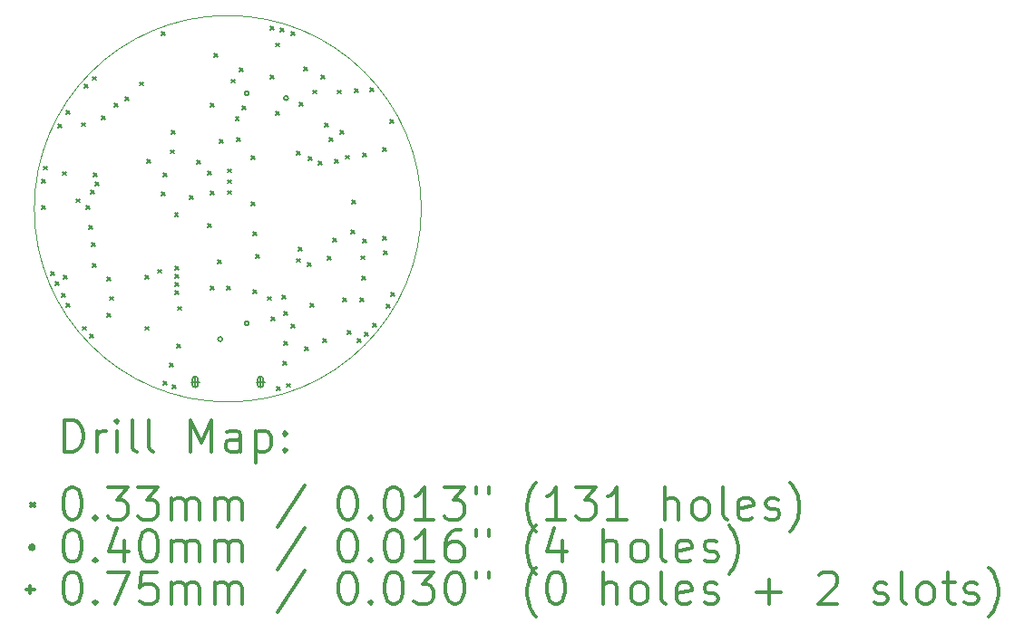
<source format=gbr>
%FSLAX45Y45*%
G04 Gerber Fmt 4.5, Leading zero omitted, Abs format (unit mm)*
G04 Created by KiCad*
%MOMM*%
%LPD*%
G01*
G04 APERTURE LIST*
%TA.AperFunction,Profile*%
%ADD10C,0.050000*%
%TD*%
%ADD11C,0.200000*%
%ADD12C,0.300000*%
G04 APERTURE END LIST*
D10*
X9426260Y-10160000D02*
G75*
G02*
X7620000Y-11966260I-1806260J0D01*
G01*
X7620000Y-11966260D02*
G75*
G02*
X5813740Y-10160000I0J1806260D01*
G01*
X5813740Y-10160000D02*
G75*
G02*
X7620000Y-8353740I1806260J0D01*
G01*
X7620000Y-8353740D02*
G75*
G02*
X9426260Y-10160000I0J-1806260D01*
G01*
D11*
X5882640Y-9886950D02*
X5915660Y-9919970D01*
X5915660Y-9886950D02*
X5882640Y-9919970D01*
X5886450Y-10128250D02*
X5919470Y-10161270D01*
X5919470Y-10128250D02*
X5886450Y-10161270D01*
X5901690Y-9762490D02*
X5934710Y-9795510D01*
X5934710Y-9762490D02*
X5901690Y-9795510D01*
X5967730Y-10745470D02*
X6000750Y-10778490D01*
X6000750Y-10745470D02*
X5967730Y-10778490D01*
X6010910Y-10839450D02*
X6043930Y-10872470D01*
X6043930Y-10839450D02*
X6010910Y-10872470D01*
X6033770Y-9371330D02*
X6066790Y-9404350D01*
X6066790Y-9371330D02*
X6033770Y-9404350D01*
X6066790Y-10948670D02*
X6099810Y-10981690D01*
X6099810Y-10948670D02*
X6066790Y-10981690D01*
X6081480Y-9813290D02*
X6114500Y-9846310D01*
X6114500Y-9813290D02*
X6081480Y-9846310D01*
X6089650Y-10783570D02*
X6122670Y-10816590D01*
X6122670Y-10783570D02*
X6089650Y-10816590D01*
X6109970Y-9239250D02*
X6142990Y-9272270D01*
X6142990Y-9239250D02*
X6109970Y-9272270D01*
X6109970Y-11047730D02*
X6142990Y-11080750D01*
X6142990Y-11047730D02*
X6109970Y-11080750D01*
X6206490Y-10067290D02*
X6239510Y-10100310D01*
X6239510Y-10067290D02*
X6206490Y-10100310D01*
X6257290Y-9356090D02*
X6290310Y-9389110D01*
X6290310Y-9356090D02*
X6257290Y-9389110D01*
X6262370Y-11261090D02*
X6295390Y-11294110D01*
X6295390Y-11261090D02*
X6262370Y-11294110D01*
X6282690Y-8995410D02*
X6315710Y-9028430D01*
X6315710Y-8995410D02*
X6282690Y-9028430D01*
X6295390Y-10133340D02*
X6328410Y-10166360D01*
X6328410Y-10133340D02*
X6295390Y-10166360D01*
X6323330Y-10316210D02*
X6356350Y-10349230D01*
X6356350Y-10316210D02*
X6323330Y-10349230D01*
X6328410Y-11332210D02*
X6361430Y-11365230D01*
X6361430Y-11332210D02*
X6328410Y-11365230D01*
X6339657Y-9986324D02*
X6372677Y-10019344D01*
X6372677Y-9986324D02*
X6339657Y-10019344D01*
X6347918Y-10479859D02*
X6380938Y-10512879D01*
X6380938Y-10479859D02*
X6347918Y-10512879D01*
X6353810Y-8924290D02*
X6386830Y-8957310D01*
X6386830Y-8924290D02*
X6353810Y-8957310D01*
X6353810Y-10671810D02*
X6386830Y-10704830D01*
X6386830Y-10671810D02*
X6353810Y-10704830D01*
X6368877Y-9822581D02*
X6401897Y-9855601D01*
X6401897Y-9822581D02*
X6368877Y-9855601D01*
X6384290Y-9909810D02*
X6417310Y-9942830D01*
X6417310Y-9909810D02*
X6384290Y-9942830D01*
X6445250Y-9290050D02*
X6478270Y-9323070D01*
X6478270Y-9290050D02*
X6445250Y-9323070D01*
X6490970Y-11139170D02*
X6523990Y-11172190D01*
X6523990Y-11139170D02*
X6490970Y-11172190D01*
X6496050Y-10798810D02*
X6529070Y-10831830D01*
X6529070Y-10798810D02*
X6496050Y-10831830D01*
X6516370Y-10981690D02*
X6549390Y-11014710D01*
X6549390Y-10981690D02*
X6516370Y-11014710D01*
X6562090Y-9173210D02*
X6595110Y-9206230D01*
X6595110Y-9173210D02*
X6562090Y-9206230D01*
X6663690Y-9117330D02*
X6696710Y-9150350D01*
X6696710Y-9117330D02*
X6663690Y-9150350D01*
X6795770Y-8975090D02*
X6828790Y-9008110D01*
X6828790Y-8975090D02*
X6795770Y-9008110D01*
X6846570Y-10783570D02*
X6879590Y-10816590D01*
X6879590Y-10783570D02*
X6846570Y-10816590D01*
X6846570Y-11261090D02*
X6879590Y-11294110D01*
X6879590Y-11261090D02*
X6846570Y-11294110D01*
X6861810Y-9698980D02*
X6894830Y-9732000D01*
X6894830Y-9698980D02*
X6861810Y-9732000D01*
X6968480Y-10727690D02*
X7001500Y-10760710D01*
X7001500Y-10727690D02*
X6968480Y-10760710D01*
X6998970Y-8507730D02*
X7031990Y-8540750D01*
X7031990Y-8507730D02*
X6998970Y-8540750D01*
X7004050Y-10001250D02*
X7037070Y-10034270D01*
X7037070Y-10001250D02*
X7004050Y-10034270D01*
X7014210Y-11774170D02*
X7047230Y-11807190D01*
X7047230Y-11774170D02*
X7014210Y-11807190D01*
X7019290Y-9822700D02*
X7052310Y-9855720D01*
X7052310Y-9822700D02*
X7019290Y-9855720D01*
X7080250Y-11606530D02*
X7113270Y-11639550D01*
X7113270Y-11606530D02*
X7080250Y-11639550D01*
X7085330Y-9610090D02*
X7118350Y-9643110D01*
X7118350Y-9610090D02*
X7085330Y-9643110D01*
X7090410Y-9427210D02*
X7123430Y-9460230D01*
X7123430Y-9427210D02*
X7090410Y-9460230D01*
X7105650Y-11804650D02*
X7138670Y-11837670D01*
X7138670Y-11804650D02*
X7105650Y-11837670D01*
X7123440Y-10199370D02*
X7156460Y-10232390D01*
X7156460Y-10199370D02*
X7123440Y-10232390D01*
X7125970Y-10697210D02*
X7158990Y-10730230D01*
X7158990Y-10697210D02*
X7125970Y-10730230D01*
X7125970Y-10773410D02*
X7158990Y-10806430D01*
X7158990Y-10773410D02*
X7125970Y-10806430D01*
X7125970Y-10849610D02*
X7158990Y-10882630D01*
X7158990Y-10849610D02*
X7125970Y-10882630D01*
X7125970Y-10925810D02*
X7158990Y-10958830D01*
X7158990Y-10925810D02*
X7125970Y-10958830D01*
X7146290Y-11428730D02*
X7179310Y-11461750D01*
X7179310Y-11428730D02*
X7146290Y-11461750D01*
X7156450Y-11075200D02*
X7189470Y-11108220D01*
X7189470Y-11075200D02*
X7156450Y-11108220D01*
X7261622Y-10038318D02*
X7294642Y-10071338D01*
X7294642Y-10038318D02*
X7261622Y-10071338D01*
X7329170Y-9706610D02*
X7362190Y-9739630D01*
X7362190Y-9706610D02*
X7329170Y-9739630D01*
X7430770Y-10303510D02*
X7463790Y-10336530D01*
X7463790Y-10303510D02*
X7430770Y-10336530D01*
X7433320Y-9808210D02*
X7466340Y-9841230D01*
X7466340Y-9808210D02*
X7433320Y-9841230D01*
X7456170Y-9173210D02*
X7489190Y-9206230D01*
X7489190Y-9173210D02*
X7456170Y-9206230D01*
X7456170Y-10885170D02*
X7489190Y-10918190D01*
X7489190Y-10885170D02*
X7456170Y-10918190D01*
X7461250Y-9996170D02*
X7494270Y-10029190D01*
X7494270Y-9996170D02*
X7461250Y-10029190D01*
X7491730Y-8710930D02*
X7524750Y-8743950D01*
X7524750Y-8710930D02*
X7491730Y-8743950D01*
X7522941Y-10636672D02*
X7555961Y-10669692D01*
X7555961Y-10636672D02*
X7522941Y-10669692D01*
X7544851Y-9510811D02*
X7577871Y-9543831D01*
X7577871Y-9510811D02*
X7544851Y-9543831D01*
X7608570Y-10885170D02*
X7641590Y-10918190D01*
X7641590Y-10885170D02*
X7608570Y-10918190D01*
X7617090Y-9787890D02*
X7650110Y-9820910D01*
X7650110Y-9787890D02*
X7617090Y-9820910D01*
X7617090Y-9889490D02*
X7650110Y-9922510D01*
X7650110Y-9889490D02*
X7617090Y-9922510D01*
X7617090Y-9991090D02*
X7650110Y-10024110D01*
X7650110Y-9991090D02*
X7617090Y-10024110D01*
X7649210Y-8949690D02*
X7682230Y-8982710D01*
X7682230Y-8949690D02*
X7649210Y-8982710D01*
X7691256Y-9301712D02*
X7724276Y-9334732D01*
X7724276Y-9301712D02*
X7691256Y-9334732D01*
X7700010Y-9493250D02*
X7733030Y-9526270D01*
X7733030Y-9493250D02*
X7700010Y-9526270D01*
X7725410Y-8843010D02*
X7758430Y-8876030D01*
X7758430Y-8843010D02*
X7725410Y-8876030D01*
X7755890Y-9197340D02*
X7788910Y-9230360D01*
X7788910Y-9197340D02*
X7755890Y-9230360D01*
X7842250Y-9665970D02*
X7875270Y-9698990D01*
X7875270Y-9665970D02*
X7842250Y-9698990D01*
X7842250Y-10097770D02*
X7875270Y-10130790D01*
X7875270Y-10097770D02*
X7842250Y-10130790D01*
X7857490Y-10372731D02*
X7890510Y-10405751D01*
X7890510Y-10372731D02*
X7857490Y-10405751D01*
X7857490Y-10920730D02*
X7890510Y-10953750D01*
X7890510Y-10920730D02*
X7857490Y-10953750D01*
X7882890Y-10590231D02*
X7915910Y-10623251D01*
X7915910Y-10590231D02*
X7882890Y-10623251D01*
X7989570Y-10981690D02*
X8022590Y-11014710D01*
X8022590Y-10981690D02*
X7989570Y-11014710D01*
X8014970Y-8909050D02*
X8047990Y-8942070D01*
X8047990Y-8909050D02*
X8014970Y-8942070D01*
X8020050Y-8451850D02*
X8053070Y-8484870D01*
X8053070Y-8451850D02*
X8020050Y-8484870D01*
X8023915Y-11174002D02*
X8056935Y-11207022D01*
X8056935Y-11174002D02*
X8023915Y-11207022D01*
X8067040Y-9248140D02*
X8100060Y-9281160D01*
X8100060Y-9248140D02*
X8067040Y-9281160D01*
X8069190Y-8610990D02*
X8102210Y-8644010D01*
X8102210Y-8610990D02*
X8069190Y-8644010D01*
X8075930Y-11824970D02*
X8108950Y-11857990D01*
X8108950Y-11824970D02*
X8075930Y-11857990D01*
X8106410Y-8472170D02*
X8139430Y-8505190D01*
X8139430Y-8472170D02*
X8106410Y-8505190D01*
X8126730Y-10971530D02*
X8159750Y-11004550D01*
X8159750Y-10971530D02*
X8126730Y-11004550D01*
X8136890Y-11586210D02*
X8169910Y-11619230D01*
X8169910Y-11586210D02*
X8136890Y-11619230D01*
X8141970Y-11118850D02*
X8174990Y-11151870D01*
X8174990Y-11118850D02*
X8141970Y-11151870D01*
X8147050Y-11403330D02*
X8180070Y-11436350D01*
X8180070Y-11403330D02*
X8147050Y-11436350D01*
X8172450Y-11794490D02*
X8205470Y-11827510D01*
X8205470Y-11794490D02*
X8172450Y-11827510D01*
X8208010Y-8502650D02*
X8241030Y-8535670D01*
X8241030Y-8502650D02*
X8208010Y-8535670D01*
X8208010Y-11242040D02*
X8241030Y-11275060D01*
X8241030Y-11242040D02*
X8208010Y-11275060D01*
X8258810Y-9620250D02*
X8291830Y-9653270D01*
X8291830Y-9620250D02*
X8258810Y-9653270D01*
X8263890Y-10626090D02*
X8296910Y-10659110D01*
X8296910Y-10626090D02*
X8263890Y-10659110D01*
X8279130Y-10517731D02*
X8312150Y-10550751D01*
X8312150Y-10517731D02*
X8279130Y-10550751D01*
X8289290Y-9168130D02*
X8322310Y-9201150D01*
X8322310Y-9168130D02*
X8289290Y-9201150D01*
X8289290Y-9168130D02*
X8322310Y-9201150D01*
X8322310Y-9168130D02*
X8289290Y-9201150D01*
X8329930Y-8837930D02*
X8362950Y-8870950D01*
X8362950Y-8837930D02*
X8329930Y-8870950D01*
X8335010Y-11454130D02*
X8368030Y-11487150D01*
X8368030Y-11454130D02*
X8335010Y-11487150D01*
X8365490Y-10666730D02*
X8398510Y-10699750D01*
X8398510Y-10666730D02*
X8365490Y-10699750D01*
X8370570Y-9671050D02*
X8403590Y-9704070D01*
X8403590Y-9671050D02*
X8370570Y-9704070D01*
X8391252Y-11045053D02*
X8424272Y-11078073D01*
X8424272Y-11045053D02*
X8391252Y-11078073D01*
X8411210Y-9051290D02*
X8444230Y-9084310D01*
X8444230Y-9051290D02*
X8411210Y-9084310D01*
X8467090Y-9716770D02*
X8500110Y-9749790D01*
X8500110Y-9716770D02*
X8467090Y-9749790D01*
X8492490Y-8912000D02*
X8525510Y-8945020D01*
X8525510Y-8912000D02*
X8492490Y-8945020D01*
X8507730Y-11377930D02*
X8540750Y-11410950D01*
X8540750Y-11377930D02*
X8507730Y-11410950D01*
X8528050Y-9361170D02*
X8561070Y-9394190D01*
X8561070Y-9361170D02*
X8528050Y-9394190D01*
X8553450Y-10605770D02*
X8586470Y-10638790D01*
X8586470Y-10605770D02*
X8553450Y-10638790D01*
X8568690Y-9496154D02*
X8601710Y-9529174D01*
X8601710Y-9496154D02*
X8568690Y-9529174D01*
X8599170Y-10433050D02*
X8632190Y-10466070D01*
X8632190Y-10433050D02*
X8599170Y-10466070D01*
X8619490Y-9701530D02*
X8652510Y-9734550D01*
X8652510Y-9701530D02*
X8619490Y-9734550D01*
X8639810Y-9051290D02*
X8672830Y-9084310D01*
X8672830Y-9051290D02*
X8639810Y-9084310D01*
X8670150Y-9431864D02*
X8703170Y-9464884D01*
X8703170Y-9431864D02*
X8670150Y-9464884D01*
X8695690Y-10996930D02*
X8728710Y-11029950D01*
X8728710Y-10996930D02*
X8695690Y-11029950D01*
X8721090Y-9660890D02*
X8754110Y-9693910D01*
X8754110Y-9660890D02*
X8721090Y-9693910D01*
X8736330Y-11296650D02*
X8769350Y-11329670D01*
X8769350Y-11296650D02*
X8736330Y-11329670D01*
X8771890Y-10356850D02*
X8804910Y-10389870D01*
X8804910Y-10356850D02*
X8771890Y-10389870D01*
X8776970Y-10077450D02*
X8809990Y-10110470D01*
X8809990Y-10077450D02*
X8776970Y-10110470D01*
X8802370Y-9036050D02*
X8835390Y-9069070D01*
X8835390Y-9036050D02*
X8802370Y-9069070D01*
X8827770Y-11377930D02*
X8860790Y-11410950D01*
X8860790Y-11377930D02*
X8827770Y-11410950D01*
X8855700Y-10991850D02*
X8888720Y-11024870D01*
X8888720Y-10991850D02*
X8855700Y-11024870D01*
X8863330Y-10600690D02*
X8896350Y-10633710D01*
X8896350Y-10600690D02*
X8863330Y-10633710D01*
X8873490Y-10793490D02*
X8906510Y-10826510D01*
X8906510Y-10793490D02*
X8873490Y-10826510D01*
X8878570Y-9640570D02*
X8911590Y-9673590D01*
X8911590Y-9640570D02*
X8878570Y-9673590D01*
X8878570Y-10443210D02*
X8911590Y-10476230D01*
X8911590Y-10443210D02*
X8878570Y-10476230D01*
X8898890Y-11316970D02*
X8931910Y-11349990D01*
X8931910Y-11316970D02*
X8898890Y-11349990D01*
X8949690Y-9028430D02*
X8982710Y-9061450D01*
X8982710Y-9028430D02*
X8949690Y-9061450D01*
X8970010Y-11233150D02*
X9003030Y-11266170D01*
X9003030Y-11233150D02*
X8970010Y-11266170D01*
X9069960Y-9591780D02*
X9102980Y-9624800D01*
X9102980Y-9591780D02*
X9069960Y-9624800D01*
X9069960Y-10420441D02*
X9102980Y-10453461D01*
X9102980Y-10420441D02*
X9069960Y-10453461D01*
X9076690Y-10554970D02*
X9109710Y-10587990D01*
X9109710Y-10554970D02*
X9076690Y-10587990D01*
X9097010Y-11051540D02*
X9130030Y-11084560D01*
X9130030Y-11051540D02*
X9097010Y-11084560D01*
X9137650Y-9325610D02*
X9170670Y-9358630D01*
X9170670Y-9325610D02*
X9137650Y-9358630D01*
X9142730Y-10946130D02*
X9175750Y-10979150D01*
X9175750Y-10946130D02*
X9142730Y-10979150D01*
X7567500Y-11379200D02*
G75*
G03*
X7567500Y-11379200I-20000J0D01*
G01*
X7815870Y-11231220D02*
G75*
G03*
X7815870Y-11231220I-20000J0D01*
G01*
X7817800Y-9080500D02*
G75*
G03*
X7817800Y-9080500I-20000J0D01*
G01*
X8183369Y-9126248D02*
G75*
G03*
X8183369Y-9126248I-20000J0D01*
G01*
X7315200Y-11741750D02*
X7315200Y-11816750D01*
X7277700Y-11779250D02*
X7352700Y-11779250D01*
X7287700Y-11756750D02*
X7287700Y-11801750D01*
X7342700Y-11756750D02*
X7342700Y-11801750D01*
X7287700Y-11801750D02*
G75*
G03*
X7342700Y-11801750I27500J0D01*
G01*
X7342700Y-11756750D02*
G75*
G03*
X7287700Y-11756750I-27500J0D01*
G01*
X7924800Y-11741750D02*
X7924800Y-11816750D01*
X7887300Y-11779250D02*
X7962300Y-11779250D01*
X7897300Y-11756750D02*
X7897300Y-11801750D01*
X7952300Y-11756750D02*
X7952300Y-11801750D01*
X7897300Y-11801750D02*
G75*
G03*
X7952300Y-11801750I27500J0D01*
G01*
X7952300Y-11756750D02*
G75*
G03*
X7897300Y-11756750I-27500J0D01*
G01*
D12*
X6097669Y-12434474D02*
X6097669Y-12134474D01*
X6169097Y-12134474D01*
X6211954Y-12148760D01*
X6240526Y-12177331D01*
X6254812Y-12205903D01*
X6269097Y-12263045D01*
X6269097Y-12305903D01*
X6254812Y-12363045D01*
X6240526Y-12391617D01*
X6211954Y-12420188D01*
X6169097Y-12434474D01*
X6097669Y-12434474D01*
X6397669Y-12434474D02*
X6397669Y-12234474D01*
X6397669Y-12291617D02*
X6411954Y-12263045D01*
X6426240Y-12248760D01*
X6454812Y-12234474D01*
X6483383Y-12234474D01*
X6583383Y-12434474D02*
X6583383Y-12234474D01*
X6583383Y-12134474D02*
X6569097Y-12148760D01*
X6583383Y-12163045D01*
X6597669Y-12148760D01*
X6583383Y-12134474D01*
X6583383Y-12163045D01*
X6769097Y-12434474D02*
X6740526Y-12420188D01*
X6726240Y-12391617D01*
X6726240Y-12134474D01*
X6926240Y-12434474D02*
X6897669Y-12420188D01*
X6883383Y-12391617D01*
X6883383Y-12134474D01*
X7269097Y-12434474D02*
X7269097Y-12134474D01*
X7369097Y-12348760D01*
X7469097Y-12134474D01*
X7469097Y-12434474D01*
X7740526Y-12434474D02*
X7740526Y-12277331D01*
X7726240Y-12248760D01*
X7697669Y-12234474D01*
X7640526Y-12234474D01*
X7611954Y-12248760D01*
X7740526Y-12420188D02*
X7711954Y-12434474D01*
X7640526Y-12434474D01*
X7611954Y-12420188D01*
X7597669Y-12391617D01*
X7597669Y-12363045D01*
X7611954Y-12334474D01*
X7640526Y-12320188D01*
X7711954Y-12320188D01*
X7740526Y-12305903D01*
X7883383Y-12234474D02*
X7883383Y-12534474D01*
X7883383Y-12248760D02*
X7911954Y-12234474D01*
X7969097Y-12234474D01*
X7997669Y-12248760D01*
X8011954Y-12263045D01*
X8026240Y-12291617D01*
X8026240Y-12377331D01*
X8011954Y-12405903D01*
X7997669Y-12420188D01*
X7969097Y-12434474D01*
X7911954Y-12434474D01*
X7883383Y-12420188D01*
X8154812Y-12405903D02*
X8169097Y-12420188D01*
X8154812Y-12434474D01*
X8140526Y-12420188D01*
X8154812Y-12405903D01*
X8154812Y-12434474D01*
X8154812Y-12248760D02*
X8169097Y-12263045D01*
X8154812Y-12277331D01*
X8140526Y-12263045D01*
X8154812Y-12248760D01*
X8154812Y-12277331D01*
X5778220Y-12912250D02*
X5811240Y-12945270D01*
X5811240Y-12912250D02*
X5778220Y-12945270D01*
X6154812Y-12764474D02*
X6183383Y-12764474D01*
X6211954Y-12778760D01*
X6226240Y-12793045D01*
X6240526Y-12821617D01*
X6254812Y-12878760D01*
X6254812Y-12950188D01*
X6240526Y-13007331D01*
X6226240Y-13035903D01*
X6211954Y-13050188D01*
X6183383Y-13064474D01*
X6154812Y-13064474D01*
X6126240Y-13050188D01*
X6111954Y-13035903D01*
X6097669Y-13007331D01*
X6083383Y-12950188D01*
X6083383Y-12878760D01*
X6097669Y-12821617D01*
X6111954Y-12793045D01*
X6126240Y-12778760D01*
X6154812Y-12764474D01*
X6383383Y-13035903D02*
X6397669Y-13050188D01*
X6383383Y-13064474D01*
X6369097Y-13050188D01*
X6383383Y-13035903D01*
X6383383Y-13064474D01*
X6497669Y-12764474D02*
X6683383Y-12764474D01*
X6583383Y-12878760D01*
X6626240Y-12878760D01*
X6654812Y-12893045D01*
X6669097Y-12907331D01*
X6683383Y-12935903D01*
X6683383Y-13007331D01*
X6669097Y-13035903D01*
X6654812Y-13050188D01*
X6626240Y-13064474D01*
X6540526Y-13064474D01*
X6511954Y-13050188D01*
X6497669Y-13035903D01*
X6783383Y-12764474D02*
X6969097Y-12764474D01*
X6869097Y-12878760D01*
X6911954Y-12878760D01*
X6940526Y-12893045D01*
X6954812Y-12907331D01*
X6969097Y-12935903D01*
X6969097Y-13007331D01*
X6954812Y-13035903D01*
X6940526Y-13050188D01*
X6911954Y-13064474D01*
X6826240Y-13064474D01*
X6797669Y-13050188D01*
X6783383Y-13035903D01*
X7097669Y-13064474D02*
X7097669Y-12864474D01*
X7097669Y-12893045D02*
X7111954Y-12878760D01*
X7140526Y-12864474D01*
X7183383Y-12864474D01*
X7211954Y-12878760D01*
X7226240Y-12907331D01*
X7226240Y-13064474D01*
X7226240Y-12907331D02*
X7240526Y-12878760D01*
X7269097Y-12864474D01*
X7311954Y-12864474D01*
X7340526Y-12878760D01*
X7354812Y-12907331D01*
X7354812Y-13064474D01*
X7497669Y-13064474D02*
X7497669Y-12864474D01*
X7497669Y-12893045D02*
X7511954Y-12878760D01*
X7540526Y-12864474D01*
X7583383Y-12864474D01*
X7611954Y-12878760D01*
X7626240Y-12907331D01*
X7626240Y-13064474D01*
X7626240Y-12907331D02*
X7640526Y-12878760D01*
X7669097Y-12864474D01*
X7711954Y-12864474D01*
X7740526Y-12878760D01*
X7754812Y-12907331D01*
X7754812Y-13064474D01*
X8340526Y-12750188D02*
X8083383Y-13135903D01*
X8726240Y-12764474D02*
X8754812Y-12764474D01*
X8783383Y-12778760D01*
X8797669Y-12793045D01*
X8811954Y-12821617D01*
X8826240Y-12878760D01*
X8826240Y-12950188D01*
X8811954Y-13007331D01*
X8797669Y-13035903D01*
X8783383Y-13050188D01*
X8754812Y-13064474D01*
X8726240Y-13064474D01*
X8697669Y-13050188D01*
X8683383Y-13035903D01*
X8669097Y-13007331D01*
X8654812Y-12950188D01*
X8654812Y-12878760D01*
X8669097Y-12821617D01*
X8683383Y-12793045D01*
X8697669Y-12778760D01*
X8726240Y-12764474D01*
X8954812Y-13035903D02*
X8969097Y-13050188D01*
X8954812Y-13064474D01*
X8940526Y-13050188D01*
X8954812Y-13035903D01*
X8954812Y-13064474D01*
X9154812Y-12764474D02*
X9183383Y-12764474D01*
X9211954Y-12778760D01*
X9226240Y-12793045D01*
X9240526Y-12821617D01*
X9254812Y-12878760D01*
X9254812Y-12950188D01*
X9240526Y-13007331D01*
X9226240Y-13035903D01*
X9211954Y-13050188D01*
X9183383Y-13064474D01*
X9154812Y-13064474D01*
X9126240Y-13050188D01*
X9111954Y-13035903D01*
X9097669Y-13007331D01*
X9083383Y-12950188D01*
X9083383Y-12878760D01*
X9097669Y-12821617D01*
X9111954Y-12793045D01*
X9126240Y-12778760D01*
X9154812Y-12764474D01*
X9540526Y-13064474D02*
X9369097Y-13064474D01*
X9454812Y-13064474D02*
X9454812Y-12764474D01*
X9426240Y-12807331D01*
X9397669Y-12835903D01*
X9369097Y-12850188D01*
X9640526Y-12764474D02*
X9826240Y-12764474D01*
X9726240Y-12878760D01*
X9769097Y-12878760D01*
X9797669Y-12893045D01*
X9811954Y-12907331D01*
X9826240Y-12935903D01*
X9826240Y-13007331D01*
X9811954Y-13035903D01*
X9797669Y-13050188D01*
X9769097Y-13064474D01*
X9683383Y-13064474D01*
X9654812Y-13050188D01*
X9640526Y-13035903D01*
X9940526Y-12764474D02*
X9940526Y-12821617D01*
X10054812Y-12764474D02*
X10054812Y-12821617D01*
X10497669Y-13178760D02*
X10483383Y-13164474D01*
X10454812Y-13121617D01*
X10440526Y-13093045D01*
X10426240Y-13050188D01*
X10411954Y-12978760D01*
X10411954Y-12921617D01*
X10426240Y-12850188D01*
X10440526Y-12807331D01*
X10454812Y-12778760D01*
X10483383Y-12735903D01*
X10497669Y-12721617D01*
X10769097Y-13064474D02*
X10597669Y-13064474D01*
X10683383Y-13064474D02*
X10683383Y-12764474D01*
X10654812Y-12807331D01*
X10626240Y-12835903D01*
X10597669Y-12850188D01*
X10869097Y-12764474D02*
X11054812Y-12764474D01*
X10954812Y-12878760D01*
X10997669Y-12878760D01*
X11026240Y-12893045D01*
X11040526Y-12907331D01*
X11054812Y-12935903D01*
X11054812Y-13007331D01*
X11040526Y-13035903D01*
X11026240Y-13050188D01*
X10997669Y-13064474D01*
X10911954Y-13064474D01*
X10883383Y-13050188D01*
X10869097Y-13035903D01*
X11340526Y-13064474D02*
X11169097Y-13064474D01*
X11254812Y-13064474D02*
X11254812Y-12764474D01*
X11226240Y-12807331D01*
X11197669Y-12835903D01*
X11169097Y-12850188D01*
X11697669Y-13064474D02*
X11697669Y-12764474D01*
X11826240Y-13064474D02*
X11826240Y-12907331D01*
X11811954Y-12878760D01*
X11783383Y-12864474D01*
X11740526Y-12864474D01*
X11711954Y-12878760D01*
X11697669Y-12893045D01*
X12011954Y-13064474D02*
X11983383Y-13050188D01*
X11969097Y-13035903D01*
X11954812Y-13007331D01*
X11954812Y-12921617D01*
X11969097Y-12893045D01*
X11983383Y-12878760D01*
X12011954Y-12864474D01*
X12054812Y-12864474D01*
X12083383Y-12878760D01*
X12097669Y-12893045D01*
X12111954Y-12921617D01*
X12111954Y-13007331D01*
X12097669Y-13035903D01*
X12083383Y-13050188D01*
X12054812Y-13064474D01*
X12011954Y-13064474D01*
X12283383Y-13064474D02*
X12254812Y-13050188D01*
X12240526Y-13021617D01*
X12240526Y-12764474D01*
X12511954Y-13050188D02*
X12483383Y-13064474D01*
X12426240Y-13064474D01*
X12397669Y-13050188D01*
X12383383Y-13021617D01*
X12383383Y-12907331D01*
X12397669Y-12878760D01*
X12426240Y-12864474D01*
X12483383Y-12864474D01*
X12511954Y-12878760D01*
X12526240Y-12907331D01*
X12526240Y-12935903D01*
X12383383Y-12964474D01*
X12640526Y-13050188D02*
X12669097Y-13064474D01*
X12726240Y-13064474D01*
X12754812Y-13050188D01*
X12769097Y-13021617D01*
X12769097Y-13007331D01*
X12754812Y-12978760D01*
X12726240Y-12964474D01*
X12683383Y-12964474D01*
X12654812Y-12950188D01*
X12640526Y-12921617D01*
X12640526Y-12907331D01*
X12654812Y-12878760D01*
X12683383Y-12864474D01*
X12726240Y-12864474D01*
X12754812Y-12878760D01*
X12869097Y-13178760D02*
X12883383Y-13164474D01*
X12911954Y-13121617D01*
X12926240Y-13093045D01*
X12940526Y-13050188D01*
X12954812Y-12978760D01*
X12954812Y-12921617D01*
X12940526Y-12850188D01*
X12926240Y-12807331D01*
X12911954Y-12778760D01*
X12883383Y-12735903D01*
X12869097Y-12721617D01*
X5811240Y-13324760D02*
G75*
G03*
X5811240Y-13324760I-20000J0D01*
G01*
X6154812Y-13160474D02*
X6183383Y-13160474D01*
X6211954Y-13174760D01*
X6226240Y-13189045D01*
X6240526Y-13217617D01*
X6254812Y-13274760D01*
X6254812Y-13346188D01*
X6240526Y-13403331D01*
X6226240Y-13431903D01*
X6211954Y-13446188D01*
X6183383Y-13460474D01*
X6154812Y-13460474D01*
X6126240Y-13446188D01*
X6111954Y-13431903D01*
X6097669Y-13403331D01*
X6083383Y-13346188D01*
X6083383Y-13274760D01*
X6097669Y-13217617D01*
X6111954Y-13189045D01*
X6126240Y-13174760D01*
X6154812Y-13160474D01*
X6383383Y-13431903D02*
X6397669Y-13446188D01*
X6383383Y-13460474D01*
X6369097Y-13446188D01*
X6383383Y-13431903D01*
X6383383Y-13460474D01*
X6654812Y-13260474D02*
X6654812Y-13460474D01*
X6583383Y-13146188D02*
X6511954Y-13360474D01*
X6697669Y-13360474D01*
X6869097Y-13160474D02*
X6897669Y-13160474D01*
X6926240Y-13174760D01*
X6940526Y-13189045D01*
X6954812Y-13217617D01*
X6969097Y-13274760D01*
X6969097Y-13346188D01*
X6954812Y-13403331D01*
X6940526Y-13431903D01*
X6926240Y-13446188D01*
X6897669Y-13460474D01*
X6869097Y-13460474D01*
X6840526Y-13446188D01*
X6826240Y-13431903D01*
X6811954Y-13403331D01*
X6797669Y-13346188D01*
X6797669Y-13274760D01*
X6811954Y-13217617D01*
X6826240Y-13189045D01*
X6840526Y-13174760D01*
X6869097Y-13160474D01*
X7097669Y-13460474D02*
X7097669Y-13260474D01*
X7097669Y-13289045D02*
X7111954Y-13274760D01*
X7140526Y-13260474D01*
X7183383Y-13260474D01*
X7211954Y-13274760D01*
X7226240Y-13303331D01*
X7226240Y-13460474D01*
X7226240Y-13303331D02*
X7240526Y-13274760D01*
X7269097Y-13260474D01*
X7311954Y-13260474D01*
X7340526Y-13274760D01*
X7354812Y-13303331D01*
X7354812Y-13460474D01*
X7497669Y-13460474D02*
X7497669Y-13260474D01*
X7497669Y-13289045D02*
X7511954Y-13274760D01*
X7540526Y-13260474D01*
X7583383Y-13260474D01*
X7611954Y-13274760D01*
X7626240Y-13303331D01*
X7626240Y-13460474D01*
X7626240Y-13303331D02*
X7640526Y-13274760D01*
X7669097Y-13260474D01*
X7711954Y-13260474D01*
X7740526Y-13274760D01*
X7754812Y-13303331D01*
X7754812Y-13460474D01*
X8340526Y-13146188D02*
X8083383Y-13531903D01*
X8726240Y-13160474D02*
X8754812Y-13160474D01*
X8783383Y-13174760D01*
X8797669Y-13189045D01*
X8811954Y-13217617D01*
X8826240Y-13274760D01*
X8826240Y-13346188D01*
X8811954Y-13403331D01*
X8797669Y-13431903D01*
X8783383Y-13446188D01*
X8754812Y-13460474D01*
X8726240Y-13460474D01*
X8697669Y-13446188D01*
X8683383Y-13431903D01*
X8669097Y-13403331D01*
X8654812Y-13346188D01*
X8654812Y-13274760D01*
X8669097Y-13217617D01*
X8683383Y-13189045D01*
X8697669Y-13174760D01*
X8726240Y-13160474D01*
X8954812Y-13431903D02*
X8969097Y-13446188D01*
X8954812Y-13460474D01*
X8940526Y-13446188D01*
X8954812Y-13431903D01*
X8954812Y-13460474D01*
X9154812Y-13160474D02*
X9183383Y-13160474D01*
X9211954Y-13174760D01*
X9226240Y-13189045D01*
X9240526Y-13217617D01*
X9254812Y-13274760D01*
X9254812Y-13346188D01*
X9240526Y-13403331D01*
X9226240Y-13431903D01*
X9211954Y-13446188D01*
X9183383Y-13460474D01*
X9154812Y-13460474D01*
X9126240Y-13446188D01*
X9111954Y-13431903D01*
X9097669Y-13403331D01*
X9083383Y-13346188D01*
X9083383Y-13274760D01*
X9097669Y-13217617D01*
X9111954Y-13189045D01*
X9126240Y-13174760D01*
X9154812Y-13160474D01*
X9540526Y-13460474D02*
X9369097Y-13460474D01*
X9454812Y-13460474D02*
X9454812Y-13160474D01*
X9426240Y-13203331D01*
X9397669Y-13231903D01*
X9369097Y-13246188D01*
X9797669Y-13160474D02*
X9740526Y-13160474D01*
X9711954Y-13174760D01*
X9697669Y-13189045D01*
X9669097Y-13231903D01*
X9654812Y-13289045D01*
X9654812Y-13403331D01*
X9669097Y-13431903D01*
X9683383Y-13446188D01*
X9711954Y-13460474D01*
X9769097Y-13460474D01*
X9797669Y-13446188D01*
X9811954Y-13431903D01*
X9826240Y-13403331D01*
X9826240Y-13331903D01*
X9811954Y-13303331D01*
X9797669Y-13289045D01*
X9769097Y-13274760D01*
X9711954Y-13274760D01*
X9683383Y-13289045D01*
X9669097Y-13303331D01*
X9654812Y-13331903D01*
X9940526Y-13160474D02*
X9940526Y-13217617D01*
X10054812Y-13160474D02*
X10054812Y-13217617D01*
X10497669Y-13574760D02*
X10483383Y-13560474D01*
X10454812Y-13517617D01*
X10440526Y-13489045D01*
X10426240Y-13446188D01*
X10411954Y-13374760D01*
X10411954Y-13317617D01*
X10426240Y-13246188D01*
X10440526Y-13203331D01*
X10454812Y-13174760D01*
X10483383Y-13131903D01*
X10497669Y-13117617D01*
X10740526Y-13260474D02*
X10740526Y-13460474D01*
X10669097Y-13146188D02*
X10597669Y-13360474D01*
X10783383Y-13360474D01*
X11126240Y-13460474D02*
X11126240Y-13160474D01*
X11254812Y-13460474D02*
X11254812Y-13303331D01*
X11240526Y-13274760D01*
X11211954Y-13260474D01*
X11169097Y-13260474D01*
X11140526Y-13274760D01*
X11126240Y-13289045D01*
X11440526Y-13460474D02*
X11411954Y-13446188D01*
X11397669Y-13431903D01*
X11383383Y-13403331D01*
X11383383Y-13317617D01*
X11397669Y-13289045D01*
X11411954Y-13274760D01*
X11440526Y-13260474D01*
X11483383Y-13260474D01*
X11511954Y-13274760D01*
X11526240Y-13289045D01*
X11540526Y-13317617D01*
X11540526Y-13403331D01*
X11526240Y-13431903D01*
X11511954Y-13446188D01*
X11483383Y-13460474D01*
X11440526Y-13460474D01*
X11711954Y-13460474D02*
X11683383Y-13446188D01*
X11669097Y-13417617D01*
X11669097Y-13160474D01*
X11940526Y-13446188D02*
X11911954Y-13460474D01*
X11854812Y-13460474D01*
X11826240Y-13446188D01*
X11811954Y-13417617D01*
X11811954Y-13303331D01*
X11826240Y-13274760D01*
X11854812Y-13260474D01*
X11911954Y-13260474D01*
X11940526Y-13274760D01*
X11954812Y-13303331D01*
X11954812Y-13331903D01*
X11811954Y-13360474D01*
X12069097Y-13446188D02*
X12097669Y-13460474D01*
X12154812Y-13460474D01*
X12183383Y-13446188D01*
X12197669Y-13417617D01*
X12197669Y-13403331D01*
X12183383Y-13374760D01*
X12154812Y-13360474D01*
X12111954Y-13360474D01*
X12083383Y-13346188D01*
X12069097Y-13317617D01*
X12069097Y-13303331D01*
X12083383Y-13274760D01*
X12111954Y-13260474D01*
X12154812Y-13260474D01*
X12183383Y-13274760D01*
X12297669Y-13574760D02*
X12311954Y-13560474D01*
X12340526Y-13517617D01*
X12354812Y-13489045D01*
X12369097Y-13446188D01*
X12383383Y-13374760D01*
X12383383Y-13317617D01*
X12369097Y-13246188D01*
X12354812Y-13203331D01*
X12340526Y-13174760D01*
X12311954Y-13131903D01*
X12297669Y-13117617D01*
X5773740Y-13683260D02*
X5773740Y-13758260D01*
X5736240Y-13720760D02*
X5811240Y-13720760D01*
X6154812Y-13556474D02*
X6183383Y-13556474D01*
X6211954Y-13570760D01*
X6226240Y-13585045D01*
X6240526Y-13613617D01*
X6254812Y-13670760D01*
X6254812Y-13742188D01*
X6240526Y-13799331D01*
X6226240Y-13827903D01*
X6211954Y-13842188D01*
X6183383Y-13856474D01*
X6154812Y-13856474D01*
X6126240Y-13842188D01*
X6111954Y-13827903D01*
X6097669Y-13799331D01*
X6083383Y-13742188D01*
X6083383Y-13670760D01*
X6097669Y-13613617D01*
X6111954Y-13585045D01*
X6126240Y-13570760D01*
X6154812Y-13556474D01*
X6383383Y-13827903D02*
X6397669Y-13842188D01*
X6383383Y-13856474D01*
X6369097Y-13842188D01*
X6383383Y-13827903D01*
X6383383Y-13856474D01*
X6497669Y-13556474D02*
X6697669Y-13556474D01*
X6569097Y-13856474D01*
X6954812Y-13556474D02*
X6811954Y-13556474D01*
X6797669Y-13699331D01*
X6811954Y-13685045D01*
X6840526Y-13670760D01*
X6911954Y-13670760D01*
X6940526Y-13685045D01*
X6954812Y-13699331D01*
X6969097Y-13727903D01*
X6969097Y-13799331D01*
X6954812Y-13827903D01*
X6940526Y-13842188D01*
X6911954Y-13856474D01*
X6840526Y-13856474D01*
X6811954Y-13842188D01*
X6797669Y-13827903D01*
X7097669Y-13856474D02*
X7097669Y-13656474D01*
X7097669Y-13685045D02*
X7111954Y-13670760D01*
X7140526Y-13656474D01*
X7183383Y-13656474D01*
X7211954Y-13670760D01*
X7226240Y-13699331D01*
X7226240Y-13856474D01*
X7226240Y-13699331D02*
X7240526Y-13670760D01*
X7269097Y-13656474D01*
X7311954Y-13656474D01*
X7340526Y-13670760D01*
X7354812Y-13699331D01*
X7354812Y-13856474D01*
X7497669Y-13856474D02*
X7497669Y-13656474D01*
X7497669Y-13685045D02*
X7511954Y-13670760D01*
X7540526Y-13656474D01*
X7583383Y-13656474D01*
X7611954Y-13670760D01*
X7626240Y-13699331D01*
X7626240Y-13856474D01*
X7626240Y-13699331D02*
X7640526Y-13670760D01*
X7669097Y-13656474D01*
X7711954Y-13656474D01*
X7740526Y-13670760D01*
X7754812Y-13699331D01*
X7754812Y-13856474D01*
X8340526Y-13542188D02*
X8083383Y-13927903D01*
X8726240Y-13556474D02*
X8754812Y-13556474D01*
X8783383Y-13570760D01*
X8797669Y-13585045D01*
X8811954Y-13613617D01*
X8826240Y-13670760D01*
X8826240Y-13742188D01*
X8811954Y-13799331D01*
X8797669Y-13827903D01*
X8783383Y-13842188D01*
X8754812Y-13856474D01*
X8726240Y-13856474D01*
X8697669Y-13842188D01*
X8683383Y-13827903D01*
X8669097Y-13799331D01*
X8654812Y-13742188D01*
X8654812Y-13670760D01*
X8669097Y-13613617D01*
X8683383Y-13585045D01*
X8697669Y-13570760D01*
X8726240Y-13556474D01*
X8954812Y-13827903D02*
X8969097Y-13842188D01*
X8954812Y-13856474D01*
X8940526Y-13842188D01*
X8954812Y-13827903D01*
X8954812Y-13856474D01*
X9154812Y-13556474D02*
X9183383Y-13556474D01*
X9211954Y-13570760D01*
X9226240Y-13585045D01*
X9240526Y-13613617D01*
X9254812Y-13670760D01*
X9254812Y-13742188D01*
X9240526Y-13799331D01*
X9226240Y-13827903D01*
X9211954Y-13842188D01*
X9183383Y-13856474D01*
X9154812Y-13856474D01*
X9126240Y-13842188D01*
X9111954Y-13827903D01*
X9097669Y-13799331D01*
X9083383Y-13742188D01*
X9083383Y-13670760D01*
X9097669Y-13613617D01*
X9111954Y-13585045D01*
X9126240Y-13570760D01*
X9154812Y-13556474D01*
X9354812Y-13556474D02*
X9540526Y-13556474D01*
X9440526Y-13670760D01*
X9483383Y-13670760D01*
X9511954Y-13685045D01*
X9526240Y-13699331D01*
X9540526Y-13727903D01*
X9540526Y-13799331D01*
X9526240Y-13827903D01*
X9511954Y-13842188D01*
X9483383Y-13856474D01*
X9397669Y-13856474D01*
X9369097Y-13842188D01*
X9354812Y-13827903D01*
X9726240Y-13556474D02*
X9754812Y-13556474D01*
X9783383Y-13570760D01*
X9797669Y-13585045D01*
X9811954Y-13613617D01*
X9826240Y-13670760D01*
X9826240Y-13742188D01*
X9811954Y-13799331D01*
X9797669Y-13827903D01*
X9783383Y-13842188D01*
X9754812Y-13856474D01*
X9726240Y-13856474D01*
X9697669Y-13842188D01*
X9683383Y-13827903D01*
X9669097Y-13799331D01*
X9654812Y-13742188D01*
X9654812Y-13670760D01*
X9669097Y-13613617D01*
X9683383Y-13585045D01*
X9697669Y-13570760D01*
X9726240Y-13556474D01*
X9940526Y-13556474D02*
X9940526Y-13613617D01*
X10054812Y-13556474D02*
X10054812Y-13613617D01*
X10497669Y-13970760D02*
X10483383Y-13956474D01*
X10454812Y-13913617D01*
X10440526Y-13885045D01*
X10426240Y-13842188D01*
X10411954Y-13770760D01*
X10411954Y-13713617D01*
X10426240Y-13642188D01*
X10440526Y-13599331D01*
X10454812Y-13570760D01*
X10483383Y-13527903D01*
X10497669Y-13513617D01*
X10669097Y-13556474D02*
X10697669Y-13556474D01*
X10726240Y-13570760D01*
X10740526Y-13585045D01*
X10754812Y-13613617D01*
X10769097Y-13670760D01*
X10769097Y-13742188D01*
X10754812Y-13799331D01*
X10740526Y-13827903D01*
X10726240Y-13842188D01*
X10697669Y-13856474D01*
X10669097Y-13856474D01*
X10640526Y-13842188D01*
X10626240Y-13827903D01*
X10611954Y-13799331D01*
X10597669Y-13742188D01*
X10597669Y-13670760D01*
X10611954Y-13613617D01*
X10626240Y-13585045D01*
X10640526Y-13570760D01*
X10669097Y-13556474D01*
X11126240Y-13856474D02*
X11126240Y-13556474D01*
X11254812Y-13856474D02*
X11254812Y-13699331D01*
X11240526Y-13670760D01*
X11211954Y-13656474D01*
X11169097Y-13656474D01*
X11140526Y-13670760D01*
X11126240Y-13685045D01*
X11440526Y-13856474D02*
X11411954Y-13842188D01*
X11397669Y-13827903D01*
X11383383Y-13799331D01*
X11383383Y-13713617D01*
X11397669Y-13685045D01*
X11411954Y-13670760D01*
X11440526Y-13656474D01*
X11483383Y-13656474D01*
X11511954Y-13670760D01*
X11526240Y-13685045D01*
X11540526Y-13713617D01*
X11540526Y-13799331D01*
X11526240Y-13827903D01*
X11511954Y-13842188D01*
X11483383Y-13856474D01*
X11440526Y-13856474D01*
X11711954Y-13856474D02*
X11683383Y-13842188D01*
X11669097Y-13813617D01*
X11669097Y-13556474D01*
X11940526Y-13842188D02*
X11911954Y-13856474D01*
X11854812Y-13856474D01*
X11826240Y-13842188D01*
X11811954Y-13813617D01*
X11811954Y-13699331D01*
X11826240Y-13670760D01*
X11854812Y-13656474D01*
X11911954Y-13656474D01*
X11940526Y-13670760D01*
X11954812Y-13699331D01*
X11954812Y-13727903D01*
X11811954Y-13756474D01*
X12069097Y-13842188D02*
X12097669Y-13856474D01*
X12154812Y-13856474D01*
X12183383Y-13842188D01*
X12197669Y-13813617D01*
X12197669Y-13799331D01*
X12183383Y-13770760D01*
X12154812Y-13756474D01*
X12111954Y-13756474D01*
X12083383Y-13742188D01*
X12069097Y-13713617D01*
X12069097Y-13699331D01*
X12083383Y-13670760D01*
X12111954Y-13656474D01*
X12154812Y-13656474D01*
X12183383Y-13670760D01*
X12554812Y-13742188D02*
X12783383Y-13742188D01*
X12669097Y-13856474D02*
X12669097Y-13627903D01*
X13140526Y-13585045D02*
X13154812Y-13570760D01*
X13183383Y-13556474D01*
X13254812Y-13556474D01*
X13283383Y-13570760D01*
X13297669Y-13585045D01*
X13311954Y-13613617D01*
X13311954Y-13642188D01*
X13297669Y-13685045D01*
X13126240Y-13856474D01*
X13311954Y-13856474D01*
X13654812Y-13842188D02*
X13683383Y-13856474D01*
X13740526Y-13856474D01*
X13769097Y-13842188D01*
X13783383Y-13813617D01*
X13783383Y-13799331D01*
X13769097Y-13770760D01*
X13740526Y-13756474D01*
X13697669Y-13756474D01*
X13669097Y-13742188D01*
X13654812Y-13713617D01*
X13654812Y-13699331D01*
X13669097Y-13670760D01*
X13697669Y-13656474D01*
X13740526Y-13656474D01*
X13769097Y-13670760D01*
X13954812Y-13856474D02*
X13926240Y-13842188D01*
X13911954Y-13813617D01*
X13911954Y-13556474D01*
X14111954Y-13856474D02*
X14083383Y-13842188D01*
X14069097Y-13827903D01*
X14054812Y-13799331D01*
X14054812Y-13713617D01*
X14069097Y-13685045D01*
X14083383Y-13670760D01*
X14111954Y-13656474D01*
X14154812Y-13656474D01*
X14183383Y-13670760D01*
X14197669Y-13685045D01*
X14211954Y-13713617D01*
X14211954Y-13799331D01*
X14197669Y-13827903D01*
X14183383Y-13842188D01*
X14154812Y-13856474D01*
X14111954Y-13856474D01*
X14297669Y-13656474D02*
X14411954Y-13656474D01*
X14340526Y-13556474D02*
X14340526Y-13813617D01*
X14354812Y-13842188D01*
X14383383Y-13856474D01*
X14411954Y-13856474D01*
X14497669Y-13842188D02*
X14526240Y-13856474D01*
X14583383Y-13856474D01*
X14611954Y-13842188D01*
X14626240Y-13813617D01*
X14626240Y-13799331D01*
X14611954Y-13770760D01*
X14583383Y-13756474D01*
X14540526Y-13756474D01*
X14511954Y-13742188D01*
X14497669Y-13713617D01*
X14497669Y-13699331D01*
X14511954Y-13670760D01*
X14540526Y-13656474D01*
X14583383Y-13656474D01*
X14611954Y-13670760D01*
X14726240Y-13970760D02*
X14740526Y-13956474D01*
X14769097Y-13913617D01*
X14783383Y-13885045D01*
X14797669Y-13842188D01*
X14811954Y-13770760D01*
X14811954Y-13713617D01*
X14797669Y-13642188D01*
X14783383Y-13599331D01*
X14769097Y-13570760D01*
X14740526Y-13527903D01*
X14726240Y-13513617D01*
M02*

</source>
